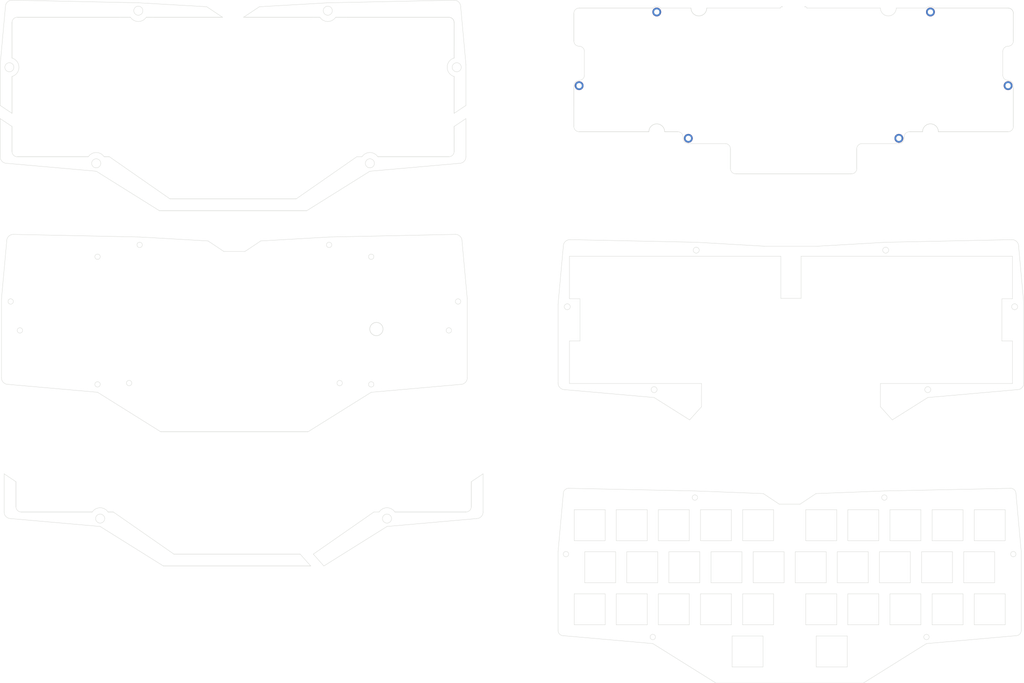
<source format=kicad_pcb>
(kicad_pcb (version 20171130) (host pcbnew "(5.0.0)")

  (general
    (thickness 1.6)
    (drawings 372)
    (tracks 0)
    (zones 0)
    (modules 6)
    (nets 1)
  )

  (page A2)
  (title_block
    (title Treadstone32_plate)
    (date 2019-05-14)
    (rev 1.0)
    (company marksard)
  )

  (layers
    (0 F.Cu signal)
    (31 B.Cu signal)
    (32 B.Adhes user)
    (33 F.Adhes user)
    (34 B.Paste user)
    (35 F.Paste user)
    (36 B.SilkS user)
    (37 F.SilkS user)
    (38 B.Mask user)
    (39 F.Mask user)
    (40 Dwgs.User user)
    (41 Cmts.User user)
    (42 Eco1.User user)
    (43 Eco2.User user)
    (44 Edge.Cuts user)
    (45 Margin user)
    (46 B.CrtYd user)
    (47 F.CrtYd user)
    (48 B.Fab user)
    (49 F.Fab user)
  )

  (setup
    (last_trace_width 0.25)
    (user_trace_width 0.5)
    (trace_clearance 0.2)
    (zone_clearance 0.508)
    (zone_45_only no)
    (trace_min 0.2)
    (segment_width 0.4)
    (edge_width 0.15)
    (via_size 0.6)
    (via_drill 0.4)
    (via_min_size 0.4)
    (via_min_drill 0.3)
    (uvia_size 0.3)
    (uvia_drill 0.1)
    (uvias_allowed no)
    (uvia_min_size 0.2)
    (uvia_min_drill 0.1)
    (pcb_text_width 0.3)
    (pcb_text_size 1.5 1.5)
    (mod_edge_width 0.15)
    (mod_text_size 1 1)
    (mod_text_width 0.15)
    (pad_size 4 4)
    (pad_drill 4)
    (pad_to_mask_clearance 0.2)
    (aux_axis_origin 62.43986 133.879)
    (grid_origin 62.43986 133.879)
    (visible_elements 7FFFFFFF)
    (pcbplotparams
      (layerselection 0x010f0_ffffffff)
      (usegerberextensions true)
      (usegerberattributes false)
      (usegerberadvancedattributes false)
      (creategerberjobfile false)
      (excludeedgelayer true)
      (linewidth 0.100000)
      (plotframeref false)
      (viasonmask true)
      (mode 1)
      (useauxorigin false)
      (hpglpennumber 1)
      (hpglpenspeed 20)
      (hpglpendiameter 15.000000)
      (psnegative false)
      (psa4output false)
      (plotreference true)
      (plotvalue false)
      (plotinvisibletext false)
      (padsonsilk false)
      (subtractmaskfromsilk false)
      (outputformat 1)
      (mirror false)
      (drillshape 0)
      (scaleselection 1)
      (outputdirectory "garber_plate/"))
  )

  (net 0 "")

  (net_class Default "これはデフォルトのネット クラスです。"
    (clearance 0.2)
    (trace_width 0.25)
    (via_dia 0.6)
    (via_drill 0.4)
    (uvia_dia 0.3)
    (uvia_drill 0.1)
  )

  (module kbd:LEGO_HOLE_2.4 (layer F.Cu) (tedit 5BCC85AE) (tstamp 5D018C41)
    (at 505.36216 84.46493)
    (descr "Mounting Hole 2.2mm, no annular, M2")
    (tags "mounting hole 2.2mm no annular m2")
    (attr virtual)
    (fp_text reference "" (at 0 -3.2) (layer F.SilkS)
      (effects (font (size 1 1) (thickness 0.15)))
    )
    (fp_text value "" (at 0 3.2) (layer F.Fab)
      (effects (font (size 1 1) (thickness 0.15)))
    )
    (fp_circle (center 0 0) (end 2.45 0) (layer F.CrtYd) (width 0.05))
    (fp_circle (center 0 0) (end 2 0) (layer Cmts.User) (width 0.15))
    (fp_text user %R (at 0.3 0) (layer F.Fab)
      (effects (font (size 1 1) (thickness 0.15)))
    )
    (pad "" thru_hole circle (at 0 0) (size 4 4) (drill 2.4) (layers *.Cu *.Mask))
  )

  (module kbd:LEGO_HOLE_2.4 (layer F.Cu) (tedit 5BCC85AE) (tstamp 5D018C3A)
    (at 410.11216 84.46493)
    (descr "Mounting Hole 2.2mm, no annular, M2")
    (tags "mounting hole 2.2mm no annular m2")
    (attr virtual)
    (fp_text reference "" (at 0 -3.2) (layer F.SilkS)
      (effects (font (size 1 1) (thickness 0.15)))
    )
    (fp_text value "" (at 0 3.2) (layer F.Fab)
      (effects (font (size 1 1) (thickness 0.15)))
    )
    (fp_circle (center 0 0) (end 2.45 0) (layer F.CrtYd) (width 0.05))
    (fp_circle (center 0 0) (end 2 0) (layer Cmts.User) (width 0.15))
    (fp_text user %R (at 0.3 0) (layer F.Fab)
      (effects (font (size 1 1) (thickness 0.15)))
    )
    (pad "" thru_hole circle (at 0 0) (size 4 4) (drill 2.4) (layers *.Cu *.Mask))
  )

  (module kbd:LEGO_HOLE_2.4 (layer F.Cu) (tedit 5BCC85AE) (tstamp 5D018C33)
    (at 395.82466 27.31493)
    (descr "Mounting Hole 2.2mm, no annular, M2")
    (tags "mounting hole 2.2mm no annular m2")
    (attr virtual)
    (fp_text reference "" (at 0 -3.2) (layer F.SilkS)
      (effects (font (size 1 1) (thickness 0.15)))
    )
    (fp_text value "" (at 0 3.2) (layer F.Fab)
      (effects (font (size 1 1) (thickness 0.15)))
    )
    (fp_circle (center 0 0) (end 2.45 0) (layer F.CrtYd) (width 0.05))
    (fp_circle (center 0 0) (end 2 0) (layer Cmts.User) (width 0.15))
    (fp_text user %R (at 0.3 0) (layer F.Fab)
      (effects (font (size 1 1) (thickness 0.15)))
    )
    (pad "" thru_hole circle (at 0 0) (size 4 4) (drill 2.4) (layers *.Cu *.Mask))
  )

  (module kbd:LEGO_HOLE_2.4 (layer F.Cu) (tedit 5BCC85AE) (tstamp 5D018C2C)
    (at 519.64966 27.31493)
    (descr "Mounting Hole 2.2mm, no annular, M2")
    (tags "mounting hole 2.2mm no annular m2")
    (attr virtual)
    (fp_text reference "" (at 0 -3.2) (layer F.SilkS)
      (effects (font (size 1 1) (thickness 0.15)))
    )
    (fp_text value "" (at 0 3.2) (layer F.Fab)
      (effects (font (size 1 1) (thickness 0.15)))
    )
    (fp_circle (center 0 0) (end 2.45 0) (layer F.CrtYd) (width 0.05))
    (fp_circle (center 0 0) (end 2 0) (layer Cmts.User) (width 0.15))
    (fp_text user %R (at 0.3 0) (layer F.Fab)
      (effects (font (size 1 1) (thickness 0.15)))
    )
    (pad "" thru_hole circle (at 0 0) (size 4 4) (drill 2.4) (layers *.Cu *.Mask))
  )

  (module kbd:LEGO_HOLE_2.4 (layer F.Cu) (tedit 5BCC85AE) (tstamp 5D018C25)
    (at 554.78001 60.65124)
    (descr "Mounting Hole 2.2mm, no annular, M2")
    (tags "mounting hole 2.2mm no annular m2")
    (attr virtual)
    (fp_text reference "" (at 0 -3.2) (layer F.SilkS)
      (effects (font (size 1 1) (thickness 0.15)))
    )
    (fp_text value "" (at 0 3.2) (layer F.Fab)
      (effects (font (size 1 1) (thickness 0.15)))
    )
    (fp_circle (center 0 0) (end 2.45 0) (layer F.CrtYd) (width 0.05))
    (fp_circle (center 0 0) (end 2 0) (layer Cmts.User) (width 0.15))
    (fp_text user %R (at 0.3 0) (layer F.Fab)
      (effects (font (size 1 1) (thickness 0.15)))
    )
    (pad "" thru_hole circle (at 0 0) (size 4 4) (drill 2.4) (layers *.Cu *.Mask))
  )

  (module kbd:LEGO_HOLE_2.4 (layer F.Cu) (tedit 5BCC85AE) (tstamp 5D018C1E)
    (at 360.70243 60.65243)
    (descr "Mounting Hole 2.2mm, no annular, M2")
    (tags "mounting hole 2.2mm no annular m2")
    (attr virtual)
    (fp_text reference "" (at 0 -3.2) (layer F.SilkS)
      (effects (font (size 1 1) (thickness 0.15)))
    )
    (fp_text value "" (at 0 3.2) (layer F.Fab)
      (effects (font (size 1 1) (thickness 0.15)))
    )
    (fp_circle (center 0 0) (end 2.45 0) (layer F.CrtYd) (width 0.05))
    (fp_circle (center 0 0) (end 2 0) (layer Cmts.User) (width 0.15))
    (fp_text user %R (at 0.3 0) (layer F.Fab)
      (effects (font (size 1 1) (thickness 0.15)))
    )
    (pad "" thru_hole circle (at 0 0) (size 4 4) (drill 2.4) (layers *.Cu *.Mask))
  )

  (gr_line (start 240.43456 272.5839) (end 245.19696 277.9416) (layer Edge.Cuts) (width 0.15))
  (gr_line (start 234.48156 272.5839) (end 239.24396 277.9416) (layer Edge.Cuts) (width 0.15))
  (gr_line (start 311.8775 239.84182) (end 317.23529 236.26996) (layer Edge.Cuts) (width 0.15) (tstamp 5D03045B))
  (gr_line (start 177.34012 272.58453) (end 149.95494 253.53397) (layer Edge.Cuts) (width 0.15) (tstamp 5D03045A))
  (gr_line (start 105.90034 239.84182) (end 100.54255 236.26996) (layer Edge.Cuts) (width 0.15) (tstamp 5D030459))
  (gr_line (start 105.899459 239.841819) (end 105.89886 251.15065) (layer Edge.Cuts) (width 0.2) (tstamp 5D030458))
  (gr_line (start 172.57736 277.94416) (end 144.00018 260.08236) (layer Edge.Cuts) (width 0.15) (tstamp 5D030457))
  (gr_line (start 314.2604 256.51244) (end 273.77766 260.08236) (layer Edge.Cuts) (width 0.15) (tstamp 5D030456))
  (gr_line (start 277.34952 253.53395) (end 309.50293 253.53397) (layer Edge.Cuts) (width 0.2) (tstamp 5D030455))
  (gr_arc (start 103.51937 253.53398) (end 100.54421 253.53589) (angle -89.9899473) (layer Edge.Cuts) (width 0.15) (tstamp 5D030454))
  (gr_line (start 177.34012 272.58453) (end 234.4918 272.58453) (layer Edge.Cuts) (width 0.2) (tstamp 5D030453))
  (gr_line (start 245.20241 277.94423) (end 273.77766 260.08236) (layer Edge.Cuts) (width 0.15) (tstamp 5D030452))
  (gr_line (start 147.57204 253.53395) (end 149.95494 253.53589) (layer Edge.Cuts) (width 0.2) (tstamp 5D030451))
  (gr_arc (start 108.28184 251.15265) (end 105.90053 251.15265) (angle -90) (layer Edge.Cuts) (width 0.15) (tstamp 5D030450))
  (gr_line (start 240.4448 272.58453) (end 267.82998 253.53397) (layer Edge.Cuts) (width 0.15) (tstamp 5D03044F))
  (gr_line (start 311.88273 251.15071) (end 311.8775 239.84182) (layer Edge.Cuts) (width 0.2) (tstamp 5D03044E))
  (gr_line (start 108.28184 253.53397) (end 140.42832 253.53395) (layer Edge.Cuts) (width 0.2) (tstamp 5D03044D))
  (gr_arc (start 309.50308 251.15265) (end 309.50308 253.53396) (angle -90) (layer Edge.Cuts) (width 0.15) (tstamp 5D03044C))
  (gr_line (start 103.51937 256.51237) (end 144.00018 260.08236) (layer Edge.Cuts) (width 0.15) (tstamp 5D03044B))
  (gr_arc (start 314.26503 253.53398) (end 314.2604 256.51244) (angle -90.08906591) (layer Edge.Cuts) (width 0.15) (tstamp 5D03044A))
  (gr_line (start 172.57672 277.9436) (end 239.2534 277.9436) (layer Edge.Cuts) (width 0.2) (tstamp 5D030449))
  (gr_line (start 270.2058 253.53395) (end 267.82622 253.53589) (layer Edge.Cuts) (width 0.15) (tstamp 5D030448))
  (gr_line (start 317.23695 253.53589) (end 317.23695 236.26996) (layer Edge.Cuts) (width 0.15) (tstamp 5D030447))
  (gr_line (start 100.54421 253.53589) (end 100.54421 236.26996) (layer Edge.Cuts) (width 0.15) (tstamp 5D030446))
  (gr_circle (center 273.77766 256.5105) (end 271.72766 256.5105) (layer Edge.Cuts) (width 0.15) (tstamp 5D030445))
  (gr_arc (start 144.00018 255.91519) (end 147.57204 253.53395) (angle -112.6198686) (layer Edge.Cuts) (width 0.15) (tstamp 5D030444))
  (gr_circle (center 144.00018 256.5105) (end 141.95018 256.5105) (layer Edge.Cuts) (width 0.15) (tstamp 5D030443))
  (gr_arc (start 273.77766 255.91519) (end 277.34952 253.53395) (angle -112.6198686) (layer Edge.Cuts) (width 0.15) (tstamp 5D030442))
  (gr_line (start 304.1386 79.11082) (end 309.49639 75.53896) (layer Edge.Cuts) (width 0.15))
  (gr_line (start 104.11444 79.11082) (end 98.75665 75.53896) (layer Edge.Cuts) (width 0.15))
  (gr_line (start 304.1386 73.15772) (end 304.1386 56.48904) (layer Edge.Cuts) (width 0.2) (tstamp 5D01DE48))
  (gr_line (start 104.113559 79.110819) (end 104.11296 90.41965) (layer Edge.Cuts) (width 0.2) (tstamp 5D01DE38))
  (gr_line (start 304.1386 73.15772) (end 309.49639 69.58586) (layer Edge.Cuts) (width 0.15))
  (gr_line (start 104.11444 73.15772) (end 98.75665 69.58586) (layer Edge.Cuts) (width 0.15))
  (gr_line (start 175.55422 111.85353) (end 148.16904 92.80297) (layer Edge.Cuts) (width 0.15))
  (gr_line (start 467.99859 323.63975) (end 481.99859 323.63975) (layer Edge.Cuts) (width 0.15) (tstamp 5D01DD18))
  (gr_line (start 481.99859 309.63975) (end 467.99859 309.63975) (layer Edge.Cuts) (width 0.15) (tstamp 5D01DD17))
  (gr_line (start 413.08127 244.01197) (end 444.0411 245.20021) (layer Edge.Cuts) (width 0.15) (tstamp 5D01DD16))
  (gr_line (start 498.80591 244.01197) (end 555.96267 242.8189) (layer Edge.Cuts) (width 0.15) (tstamp 5D01DD15))
  (gr_line (start 481.99859 323.63975) (end 481.99859 309.63975) (layer Edge.Cuts) (width 0.15) (tstamp 5D01DD14))
  (gr_line (start 553.43819 290.58919) (end 539.43819 290.58919) (layer Edge.Cuts) (width 0.15) (tstamp 5D01DD13))
  (gr_line (start 553.43819 304.58919) (end 553.43819 290.58919) (layer Edge.Cuts) (width 0.15) (tstamp 5D01DD12))
  (gr_line (start 467.99859 309.63975) (end 467.99859 323.63975) (layer Edge.Cuts) (width 0.15) (tstamp 5D01DD11))
  (gr_line (start 539.43819 304.58919) (end 553.43819 304.58919) (layer Edge.Cuts) (width 0.15) (tstamp 5D01DD10))
  (gr_line (start 429.60955 252.48807) (end 415.60955 252.48807) (layer Edge.Cuts) (width 0.15) (tstamp 5D01DD0F))
  (gr_line (start 434.66011 266.48807) (end 448.66011 266.48807) (layer Edge.Cuts) (width 0.15) (tstamp 5D01DD0E))
  (gr_line (start 396.27107 285.53863) (end 396.27107 271.53863) (layer Edge.Cuts) (width 0.15) (tstamp 5D01DD0D))
  (gr_line (start 410.55899 266.48807) (end 410.55899 252.48807) (layer Edge.Cuts) (width 0.15) (tstamp 5D01DD0C))
  (gr_line (start 401.32163 271.53863) (end 401.32163 285.53863) (layer Edge.Cuts) (width 0.15) (tstamp 5D01DD0B))
  (gr_line (start 396.55899 266.48807) (end 410.55899 266.48807) (layer Edge.Cuts) (width 0.15) (tstamp 5D01DD0A))
  (gr_line (start 448.66011 266.48807) (end 448.66011 252.48807) (layer Edge.Cuts) (width 0.15) (tstamp 5D01DD09))
  (gr_line (start 396.27107 271.53863) (end 382.27107 271.53863) (layer Edge.Cuts) (width 0.15) (tstamp 5D01DD08))
  (gr_line (start 415.60955 252.48807) (end 415.60955 266.48807) (layer Edge.Cuts) (width 0.15) (tstamp 5D01DD07))
  (gr_line (start 429.60955 266.48807) (end 429.60955 252.48807) (layer Edge.Cuts) (width 0.15) (tstamp 5D01DD06))
  (gr_line (start 434.66011 252.48807) (end 434.66011 266.48807) (layer Edge.Cuts) (width 0.15) (tstamp 5D01DD05))
  (gr_line (start 448.66011 252.48807) (end 434.66011 252.48807) (layer Edge.Cuts) (width 0.15) (tstamp 5D01DD04))
  (gr_line (start 377.22051 285.53863) (end 377.22051 271.53863) (layer Edge.Cuts) (width 0.15) (tstamp 5D01DD03))
  (gr_line (start 377.22051 271.53863) (end 363.22051 271.53863) (layer Edge.Cuts) (width 0.15) (tstamp 5D01DD02))
  (gr_line (start 363.22051 271.53863) (end 363.22051 285.53863) (layer Edge.Cuts) (width 0.15) (tstamp 5D01DD01))
  (gr_line (start 382.27107 271.53863) (end 382.27107 285.53863) (layer Edge.Cuts) (width 0.15) (tstamp 5D01DD00))
  (gr_line (start 382.27107 285.53863) (end 396.27107 285.53863) (layer Edge.Cuts) (width 0.15) (tstamp 5D01DCFF))
  (gr_line (start 415.60955 266.48807) (end 429.60955 266.48807) (layer Edge.Cuts) (width 0.15) (tstamp 5D01DCFE))
  (gr_line (start 410.55899 252.48807) (end 396.55899 252.48807) (layer Edge.Cuts) (width 0.15) (tstamp 5D01DCFD))
  (gr_line (start 391.50843 266.48807) (end 391.50843 252.48807) (layer Edge.Cuts) (width 0.15) (tstamp 5D01DCFC))
  (gr_line (start 377.50843 266.48807) (end 391.50843 266.48807) (layer Edge.Cuts) (width 0.15) (tstamp 5D01DCFB))
  (gr_line (start 363.22051 285.53863) (end 377.22051 285.53863) (layer Edge.Cuts) (width 0.15) (tstamp 5D01DCFA))
  (gr_line (start 396.55899 252.48807) (end 396.55899 266.48807) (layer Edge.Cuts) (width 0.15) (tstamp 5D01DCF9))
  (gr_line (start 520.38763 290.58919) (end 520.38763 304.58919) (layer Edge.Cuts) (width 0.15) (tstamp 5D01DCF8))
  (gr_line (start 520.38763 304.58919) (end 534.38763 304.58919) (layer Edge.Cuts) (width 0.15) (tstamp 5D01DCF7))
  (gr_line (start 548.67555 271.53863) (end 534.67555 271.53863) (layer Edge.Cuts) (width 0.15) (tstamp 5D01DCF6))
  (gr_line (start 501.33707 304.58919) (end 515.33707 304.58919) (layer Edge.Cuts) (width 0.15) (tstamp 5D01DCF5))
  (gr_line (start 548.67555 285.53863) (end 548.67555 271.53863) (layer Edge.Cuts) (width 0.15) (tstamp 5D01DCF4))
  (gr_line (start 463.23595 290.58919) (end 463.23595 304.58919) (layer Edge.Cuts) (width 0.15) (tstamp 5D01DCF3))
  (gr_line (start 477.23595 304.58919) (end 477.23595 290.58919) (layer Edge.Cuts) (width 0.15) (tstamp 5D01DCF2))
  (gr_line (start 529.62499 285.53863) (end 529.62499 271.53863) (layer Edge.Cuts) (width 0.15) (tstamp 5D01DCF1))
  (gr_line (start 534.38763 304.58919) (end 534.38763 290.58919) (layer Edge.Cuts) (width 0.15) (tstamp 5D01DCF0))
  (gr_line (start 534.67555 285.53863) (end 548.67555 285.53863) (layer Edge.Cuts) (width 0.15) (tstamp 5D01DCEF))
  (gr_line (start 515.33707 290.58919) (end 501.33707 290.58919) (layer Edge.Cuts) (width 0.15) (tstamp 5D01DCEE))
  (gr_line (start 477.23595 290.58919) (end 463.23595 290.58919) (layer Edge.Cuts) (width 0.15) (tstamp 5D01DCED))
  (gr_line (start 463.23595 304.58919) (end 477.23595 304.58919) (layer Edge.Cuts) (width 0.15) (tstamp 5D01DCEC))
  (gr_line (start 496.28651 304.58919) (end 496.28651 290.58919) (layer Edge.Cuts) (width 0.15) (tstamp 5D01DCEB))
  (gr_line (start 501.33707 290.58919) (end 501.33707 304.58919) (layer Edge.Cuts) (width 0.15) (tstamp 5D01DCEA))
  (gr_line (start 482.28651 290.58919) (end 482.28651 304.58919) (layer Edge.Cuts) (width 0.15) (tstamp 5D01DCE9))
  (gr_line (start 496.28651 290.58919) (end 482.28651 290.58919) (layer Edge.Cuts) (width 0.15) (tstamp 5D01DCE8))
  (gr_line (start 515.33707 304.58919) (end 515.33707 290.58919) (layer Edge.Cuts) (width 0.15) (tstamp 5D01DCE7))
  (gr_line (start 534.38763 290.58919) (end 520.38763 290.58919) (layer Edge.Cuts) (width 0.15) (tstamp 5D01DCE6))
  (gr_line (start 539.43819 290.58919) (end 539.43819 304.58919) (layer Edge.Cuts) (width 0.15) (tstamp 5D01DCE5))
  (gr_line (start 515.62499 285.53863) (end 529.62499 285.53863) (layer Edge.Cuts) (width 0.15) (tstamp 5D01DCE4))
  (gr_line (start 534.67555 271.53863) (end 534.67555 285.53863) (layer Edge.Cuts) (width 0.15) (tstamp 5D01DCE3))
  (gr_line (start 482.28651 304.58919) (end 496.28651 304.58919) (layer Edge.Cuts) (width 0.15) (tstamp 5D01DCE2))
  (gr_line (start 515.33707 266.48807) (end 515.33707 252.48807) (layer Edge.Cuts) (width 0.15) (tstamp 5D01DCE1))
  (gr_line (start 482.28651 252.48807) (end 482.28651 266.48807) (layer Edge.Cuts) (width 0.15) (tstamp 5D01DCE0))
  (gr_line (start 501.33707 252.48807) (end 501.33707 266.48807) (layer Edge.Cuts) (width 0.15) (tstamp 5D01DCDF))
  (gr_line (start 463.23595 252.48807) (end 463.23595 266.48807) (layer Edge.Cuts) (width 0.15) (tstamp 5D01DCDE))
  (gr_line (start 482.28651 266.48807) (end 496.28651 266.48807) (layer Edge.Cuts) (width 0.15) (tstamp 5D01DCDD))
  (gr_line (start 448.66011 304.58919) (end 448.66011 290.58919) (layer Edge.Cuts) (width 0.15) (tstamp 5D01DCDC))
  (gr_line (start 415.60955 290.58919) (end 415.60955 304.58919) (layer Edge.Cuts) (width 0.15) (tstamp 5D01DCDB))
  (gr_line (start 429.60955 290.58919) (end 415.60955 290.58919) (layer Edge.Cuts) (width 0.15) (tstamp 5D01DCDA))
  (gr_line (start 496.28651 266.48807) (end 496.28651 252.48807) (layer Edge.Cuts) (width 0.15) (tstamp 5D01DCD9))
  (gr_line (start 515.33707 252.48807) (end 501.33707 252.48807) (layer Edge.Cuts) (width 0.15) (tstamp 5D01DCD8))
  (gr_line (start 429.60955 304.58919) (end 429.60955 290.58919) (layer Edge.Cuts) (width 0.15) (tstamp 5D01DCD7))
  (gr_line (start 477.23595 266.48807) (end 477.23595 252.48807) (layer Edge.Cuts) (width 0.15) (tstamp 5D01DCD6))
  (gr_line (start 415.60955 304.58919) (end 429.60955 304.58919) (layer Edge.Cuts) (width 0.15) (tstamp 5D01DCD5))
  (gr_line (start 434.66011 290.58919) (end 434.66011 304.58919) (layer Edge.Cuts) (width 0.15) (tstamp 5D01DCD4))
  (gr_line (start 477.23595 252.48807) (end 463.23595 252.48807) (layer Edge.Cuts) (width 0.15) (tstamp 5D01DCD3))
  (gr_line (start 448.66011 290.58919) (end 434.66011 290.58919) (layer Edge.Cuts) (width 0.15) (tstamp 5D01DCD2))
  (gr_line (start 434.66011 304.58919) (end 448.66011 304.58919) (layer Edge.Cuts) (width 0.15) (tstamp 5D01DCD1))
  (gr_line (start 429.89747 309.63975) (end 429.89747 323.63975) (layer Edge.Cuts) (width 0.15) (tstamp 5D01DCD0))
  (gr_line (start 443.89747 309.63975) (end 429.89747 309.63975) (layer Edge.Cuts) (width 0.15) (tstamp 5D01DCCF))
  (gr_line (start 429.89747 323.63975) (end 443.89747 323.63975) (layer Edge.Cuts) (width 0.15) (tstamp 5D01DCCE))
  (gr_line (start 496.28651 252.48807) (end 482.28651 252.48807) (layer Edge.Cuts) (width 0.15) (tstamp 5D01DCCD))
  (gr_line (start 463.23595 266.48807) (end 477.23595 266.48807) (layer Edge.Cuts) (width 0.15) (tstamp 5D01DCCC))
  (gr_line (start 443.89747 323.63975) (end 443.89747 309.63975) (layer Edge.Cuts) (width 0.15) (tstamp 5D01DCCB))
  (gr_line (start 377.50843 252.48807) (end 377.50843 266.48807) (layer Edge.Cuts) (width 0.15) (tstamp 5D01DCCA))
  (gr_line (start 391.50843 252.48807) (end 377.50843 252.48807) (layer Edge.Cuts) (width 0.15) (tstamp 5D01DCC9))
  (gr_line (start 515.62499 271.53863) (end 515.62499 285.53863) (layer Edge.Cuts) (width 0.15) (tstamp 5D01DCC8))
  (gr_line (start 501.33707 266.48807) (end 515.33707 266.48807) (layer Edge.Cuts) (width 0.15) (tstamp 5D01DCC7))
  (gr_line (start 520.38763 252.48807) (end 520.38763 266.48807) (layer Edge.Cuts) (width 0.15) (tstamp 5D01DCC6))
  (gr_line (start 534.38763 252.48807) (end 520.38763 252.48807) (layer Edge.Cuts) (width 0.15) (tstamp 5D01DCC5))
  (gr_line (start 458.47331 285.53863) (end 472.47331 285.53863) (layer Edge.Cuts) (width 0.15) (tstamp 5D01DCC4))
  (gr_line (start 534.38763 266.48807) (end 534.38763 252.48807) (layer Edge.Cuts) (width 0.15) (tstamp 5D01DCC3))
  (gr_line (start 539.43819 252.48807) (end 539.43819 266.48807) (layer Edge.Cuts) (width 0.15) (tstamp 5D01DCC2))
  (gr_line (start 510.57443 285.53863) (end 510.57443 271.53863) (layer Edge.Cuts) (width 0.15) (tstamp 5D01DCC1))
  (gr_line (start 458.47331 271.53863) (end 458.47331 285.53863) (layer Edge.Cuts) (width 0.15) (tstamp 5D01DCC0))
  (gr_line (start 472.47331 271.53863) (end 458.47331 271.53863) (layer Edge.Cuts) (width 0.15) (tstamp 5D01DCBF))
  (gr_line (start 477.52387 285.53863) (end 491.52387 285.53863) (layer Edge.Cuts) (width 0.15) (tstamp 5D01DCBE))
  (gr_line (start 472.47331 285.53863) (end 472.47331 271.53863) (layer Edge.Cuts) (width 0.15) (tstamp 5D01DCBD))
  (gr_line (start 510.57443 271.53863) (end 496.57443 271.53863) (layer Edge.Cuts) (width 0.15) (tstamp 5D01DCBC))
  (gr_line (start 491.52387 285.53863) (end 491.52387 271.53863) (layer Edge.Cuts) (width 0.15) (tstamp 5D01DCBB))
  (gr_line (start 477.52387 271.53863) (end 477.52387 285.53863) (layer Edge.Cuts) (width 0.15) (tstamp 5D01DCBA))
  (gr_line (start 520.38763 266.48807) (end 534.38763 266.48807) (layer Edge.Cuts) (width 0.15) (tstamp 5D01DCB9))
  (gr_line (start 553.43819 252.48807) (end 539.43819 252.48807) (layer Edge.Cuts) (width 0.15) (tstamp 5D01DCB8))
  (gr_line (start 553.43819 266.48807) (end 553.43819 252.48807) (layer Edge.Cuts) (width 0.15) (tstamp 5D01DCB7))
  (gr_line (start 539.43819 266.48807) (end 553.43819 266.48807) (layer Edge.Cuts) (width 0.15) (tstamp 5D01DCB6))
  (gr_line (start 496.57443 271.53863) (end 496.57443 285.53863) (layer Edge.Cuts) (width 0.15) (tstamp 5D01DCB5))
  (gr_line (start 496.57443 285.53863) (end 510.57443 285.53863) (layer Edge.Cuts) (width 0.15) (tstamp 5D01DCB4))
  (gr_line (start 529.62499 271.53863) (end 515.62499 271.53863) (layer Edge.Cuts) (width 0.15) (tstamp 5D01DCB3))
  (gr_line (start 491.52387 271.53863) (end 477.52387 271.53863) (layer Edge.Cuts) (width 0.15) (tstamp 5D01DCB2))
  (gr_line (start 415.32163 271.53863) (end 401.32163 271.53863) (layer Edge.Cuts) (width 0.15) (tstamp 5D01DCB1))
  (gr_line (start 415.32163 285.53863) (end 415.32163 271.53863) (layer Edge.Cuts) (width 0.15) (tstamp 5D01DCB0))
  (gr_line (start 401.32163 285.53863) (end 415.32163 285.53863) (layer Edge.Cuts) (width 0.15) (tstamp 5D01DCAF))
  (gr_line (start 358.45787 290.58919) (end 358.45787 304.58919) (layer Edge.Cuts) (width 0.15) (tstamp 5D01DCAE))
  (gr_line (start 372.45787 304.58919) (end 372.45787 290.58919) (layer Edge.Cuts) (width 0.15) (tstamp 5D01DCAD))
  (gr_line (start 391.50843 304.58919) (end 391.50843 290.58919) (layer Edge.Cuts) (width 0.15) (tstamp 5D01DCAC))
  (gr_line (start 358.45787 304.58919) (end 372.45787 304.58919) (layer Edge.Cuts) (width 0.15) (tstamp 5D01DCAB))
  (gr_line (start 396.55899 304.58919) (end 410.55899 304.58919) (layer Edge.Cuts) (width 0.15) (tstamp 5D01DCAA))
  (gr_line (start 439.42275 285.53863) (end 453.42275 285.53863) (layer Edge.Cuts) (width 0.15) (tstamp 5D01DCA9))
  (gr_line (start 453.42275 285.53863) (end 453.42275 271.53863) (layer Edge.Cuts) (width 0.15) (tstamp 5D01DCA8))
  (gr_line (start 434.37219 271.53863) (end 420.37219 271.53863) (layer Edge.Cuts) (width 0.15) (tstamp 5D01DCA7))
  (gr_line (start 372.45787 290.58919) (end 358.45787 290.58919) (layer Edge.Cuts) (width 0.15) (tstamp 5D01DCA6))
  (gr_line (start 434.37219 285.53863) (end 434.37219 271.53863) (layer Edge.Cuts) (width 0.15) (tstamp 5D01DCA5))
  (gr_line (start 439.42275 271.53863) (end 439.42275 285.53863) (layer Edge.Cuts) (width 0.15) (tstamp 5D01DCA4))
  (gr_line (start 453.42275 271.53863) (end 439.42275 271.53863) (layer Edge.Cuts) (width 0.15) (tstamp 5D01DCA3))
  (gr_line (start 396.55899 290.58919) (end 396.55899 304.58919) (layer Edge.Cuts) (width 0.15) (tstamp 5D01DCA2))
  (gr_line (start 377.50843 290.58919) (end 377.50843 304.58919) (layer Edge.Cuts) (width 0.15) (tstamp 5D01DCA1))
  (gr_line (start 410.55899 304.58919) (end 410.55899 290.58919) (layer Edge.Cuts) (width 0.15) (tstamp 5D01DCA0))
  (gr_line (start 420.37219 271.53863) (end 420.37219 285.53863) (layer Edge.Cuts) (width 0.15) (tstamp 5D01DC9F))
  (gr_line (start 391.50843 290.58919) (end 377.50843 290.58919) (layer Edge.Cuts) (width 0.15) (tstamp 5D01DC9E))
  (gr_line (start 377.50843 304.58919) (end 391.50843 304.58919) (layer Edge.Cuts) (width 0.15) (tstamp 5D01DC9D))
  (gr_line (start 410.55899 290.58919) (end 396.55899 290.58919) (layer Edge.Cuts) (width 0.15) (tstamp 5D01DC9C))
  (gr_line (start 420.37219 285.53863) (end 434.37219 285.53863) (layer Edge.Cuts) (width 0.15) (tstamp 5D01DC9B))
  (gr_line (start 358.45787 266.48807) (end 372.45787 266.48807) (layer Edge.Cuts) (width 0.15) (tstamp 5D01DC9A))
  (gr_line (start 560.72529 307.11427) (end 560.72529 271.39462) (layer Edge.Cuts) (width 0.15) (tstamp 5D01DC99))
  (gr_line (start 451.18503 249.96283) (end 444.0411 245.20021) (layer Edge.Cuts) (width 0.15) (tstamp 5D01DC98))
  (gr_line (start 353.55132 309.49558) (end 394.03135 313.06793) (layer Edge.Cuts) (width 0.15) (tstamp 5D01DC97))
  (gr_line (start 467.8542 245.20021) (end 498.80591 244.01197) (layer Edge.Cuts) (width 0.15) (tstamp 5D01DC96))
  (gr_arc (start 353.55132 307.11427) (end 351.17001 307.11427) (angle -90) (layer Edge.Cuts) (width 0.15) (tstamp 5D01DC95))
  (gr_line (start 351.17001 271.39462) (end 353.55132 245.20021) (layer Edge.Cuts) (width 0.15) (tstamp 5D01DC94))
  (gr_line (start 372.45787 266.48807) (end 372.45787 252.48807) (layer Edge.Cuts) (width 0.15) (tstamp 5D01DC93))
  (gr_line (start 372.45787 252.48807) (end 358.45787 252.48807) (layer Edge.Cuts) (width 0.15) (tstamp 5D01DC92))
  (gr_line (start 351.17001 307.11427) (end 351.17001 271.39462) (layer Edge.Cuts) (width 0.15) (tstamp 5D01DC91))
  (gr_line (start 558.34398 309.49558) (end 517.85583 313.06793) (layer Edge.Cuts) (width 0.15) (tstamp 5D01DC90))
  (gr_line (start 451.18503 249.96283) (end 460.71027 249.96283) (layer Edge.Cuts) (width 0.15) (tstamp 5D01DC8F))
  (gr_line (start 560.72529 271.39462) (end 558.34398 245.20021) (layer Edge.Cuts) (width 0.15) (tstamp 5D01DC8E))
  (gr_arc (start 555.96267 245.20021) (end 558.34398 245.20021) (angle -90) (layer Edge.Cuts) (width 0.15) (tstamp 5D01DC8D))
  (gr_line (start 422.60931 330.92737) (end 489.28599 330.92737) (layer Edge.Cuts) (width 0.15) (tstamp 5D01DC8C))
  (gr_line (start 358.45787 252.48807) (end 358.45787 266.48807) (layer Edge.Cuts) (width 0.15) (tstamp 5D01DC8B))
  (gr_line (start 489.28599 330.92737) (end 517.85583 313.06793) (layer Edge.Cuts) (width 0.15) (tstamp 5D01DC8A))
  (gr_circle (center 557.14629 272.58685) (end 558.34629 272.58685) (layer Edge.Cuts) (width 0.15) (tstamp 5D01DC89))
  (gr_line (start 422.60931 330.92737) (end 394.03135 313.06793) (layer Edge.Cuts) (width 0.15) (tstamp 5D01DC88))
  (gr_arc (start 558.34398 307.11427) (end 558.34398 309.49558) (angle -90) (layer Edge.Cuts) (width 0.15) (tstamp 5D01DC87))
  (gr_circle (center 394.03135 310.09138) (end 395.23135 310.09138) (layer Edge.Cuts) (width 0.15) (tstamp 5D01DC86))
  (gr_circle (center 517.85583 310.09138) (end 519.05583 310.09138) (layer Edge.Cuts) (width 0.15) (tstamp 5D01DC85))
  (gr_circle (center 498.80591 246.98852) (end 500.00591 246.98852) (layer Edge.Cuts) (width 0.15) (tstamp 5D01DC84))
  (gr_circle (center 354.74089 272.58685) (end 355.94089 272.58685) (layer Edge.Cuts) (width 0.15) (tstamp 5D01DC83))
  (gr_line (start 355.93263 242.8189) (end 413.08127 244.01197) (layer Edge.Cuts) (width 0.15) (tstamp 5D01DC82))
  (gr_line (start 460.71027 249.96283) (end 467.8542 245.20021) (layer Edge.Cuts) (width 0.15) (tstamp 5D01DC81))
  (gr_arc (start 355.93263 245.20021) (end 355.93263 242.8189) (angle -90) (layer Edge.Cuts) (width 0.15) (tstamp 5D01DC80))
  (gr_circle (center 413.08127 246.98852) (end 414.28127 246.98852) (layer Edge.Cuts) (width 0.15) (tstamp 5D01DC7F))
  (gr_line (start 161.85949 129.11684) (end 192.81561 130.90327) (layer Edge.Cuts) (width 0.15) (tstamp 5D01D05F))
  (gr_line (start 247.58413 129.11684) (end 304.73817 127.92672) (layer Edge.Cuts) (width 0.15) (tstamp 5D01D057))
  (gr_line (start 499.40116 131.49814) (end 556.55835 130.30977) (layer Edge.Cuts) (width 0.15) (tstamp 5D01D04D))
  (gr_line (start 413.67652 131.49814) (end 444.63748 133.28639) (layer Edge.Cuts) (width 0.15) (tstamp 5D01CFF5))
  (gr_line (start 246.98884 23.15168) (end 304.14316 21.96099) (layer Edge.Cuts) (width 0.15) (tstamp 5D01CFD6))
  (gr_line (start 161.2642 23.15168) (end 192.22032 24.93761) (layer Edge.Cuts) (width 0.15) (tstamp 5D01CFCD))
  (gr_circle (center 266.03876 95.7795) (end 263.98876 95.7795) (layer Edge.Cuts) (width 0.15) (tstamp 5D01CBF3))
  (gr_arc (start 266.03876 95.18419) (end 269.61062 92.80295) (angle -112.6198686) (layer Edge.Cuts) (width 0.15) (tstamp 5D01CBF2))
  (gr_circle (center 142.21428 95.7795) (end 140.16428 95.7795) (layer Edge.Cuts) (width 0.15) (tstamp 5D01CBF3))
  (gr_arc (start 142.21428 95.18419) (end 145.78614 92.80295) (angle -112.6198686) (layer Edge.Cuts) (width 0.15) (tstamp 5D01CBF2))
  (gr_circle (center 102.9239 52.32145) (end 102.9239 50.27145) (layer Edge.Cuts) (width 0.15) (tstamp 5D01CBF3))
  (gr_arc (start 102.92382 52.32187) (end 104.11444 56.48904) (angle -148.1092082) (layer Edge.Cuts) (width 0.15) (tstamp 5D01CBF2))
  (gr_circle (center 305.32914 52.32229) (end 305.32914 54.37229) (layer Edge.Cuts) (width 0.15) (tstamp 5D01CBF3))
  (gr_arc (start 305.32922 52.32187) (end 304.1386 48.1547) (angle -148.1092173) (layer Edge.Cuts) (width 0.15) (tstamp 5D01CBF2))
  (gr_circle (center 246.98884 26.72354) (end 249.03884 26.72354) (layer Edge.Cuts) (width 0.15) (tstamp 5D01CBF3))
  (gr_arc (start 246.98884 27.31885) (end 243.41698 29.70009) (angle -112.6198686) (layer Edge.Cuts) (width 0.15) (tstamp 5D01CBF2))
  (gr_circle (center 161.2642 26.72354) (end 163.3142 26.72354) (layer Edge.Cuts) (width 0.15) (tstamp 5D01CB85))
  (gr_arc (start 301.76252 32.07757) (end 304.14383 32.07757) (angle -90) (layer Edge.Cuts) (width 0.2) (tstamp 5C9973A7))
  (gr_line (start 209.488616 29.69632) (end 209.11408 29.69632) (layer Edge.Cuts) (width 0.2) (tstamp 5D019441))
  (gr_line (start 199.11408 29.69632) (end 198.772663 29.69632) (layer Edge.Cuts) (width 0.2) (tstamp 5D019438))
  (gr_line (start 556.76376 176.14743) (end 552.00112 176.14743) (layer Edge.Cuts) (width 0.15) (tstamp 5D018D4A))
  (gr_line (start 552.00112 176.14743) (end 552.00112 157.09687) (layer Edge.Cuts) (width 0.15) (tstamp 5D018D49))
  (gr_line (start 356.33288 137.84631) (end 451.98568 137.84631) (layer Edge.Cuts) (width 0.15) (tstamp 5D018D48))
  (gr_arc (start 558.94407 195.19807) (end 558.937 198.17518) (angle -90.13606498) (layer Edge.Cuts) (width 0.15) (tstamp 5D018D47))
  (gr_line (start 356.33288 157.09687) (end 361.09552 157.09687) (layer Edge.Cuts) (width 0.15) (tstamp 5D018D46))
  (gr_line (start 556.76376 137.84631) (end 461.11096 137.84631) (layer Edge.Cuts) (width 0.15) (tstamp 5D018D45))
  (gr_line (start 552.00112 157.09687) (end 556.76376 157.09687) (layer Edge.Cuts) (width 0.15) (tstamp 5D018D44))
  (gr_line (start 461.11096 156.89687) (end 461.11096 137.84631) (layer Edge.Cuts) (width 0.15) (tstamp 5D018D43))
  (gr_line (start 410.69997 211.86499) (end 394.6266 201.74472) (layer Edge.Cuts) (width 0.15) (tstamp 5D018D42))
  (gr_line (start 361.09552 176.14743) (end 356.33288 176.14743) (layer Edge.Cuts) (width 0.15) (tstamp 5D018D41))
  (gr_line (start 556.76376 195.39799) (end 497.03076 195.39799) (layer Edge.Cuts) (width 0.15) (tstamp 5D018D40))
  (gr_line (start 356.33288 195.39799) (end 416.06588 195.39799) (layer Edge.Cuts) (width 0.15) (tstamp 5D018D3F))
  (gr_line (start 556.76376 157.09687) (end 556.76376 137.84631) (layer Edge.Cuts) (width 0.15) (tstamp 5D018D3E))
  (gr_line (start 468.45492 133.28367) (end 444.64172 133.28367) (layer Edge.Cuts) (width 0.15) (tstamp 5D018D3D))
  (gr_line (start 451.98568 137.84631) (end 451.98568 156.89687) (layer Edge.Cuts) (width 0.15) (tstamp 5D018D3C))
  (gr_line (start 558.937 198.17518) (end 518.45108 201.74472) (layer Edge.Cuts) (width 0.15) (tstamp 5D018D3B))
  (gr_line (start 556.76376 195.39799) (end 556.76376 176.14743) (layer Edge.Cuts) (width 0.15) (tstamp 5D018D3A))
  (gr_line (start 356.33288 176.14743) (end 356.33288 195.39799) (layer Edge.Cuts) (width 0.15) (tstamp 5D018D39))
  (gr_line (start 361.09552 157.09687) (end 361.09552 176.14743) (layer Edge.Cuts) (width 0.15) (tstamp 5D018D38))
  (gr_line (start 356.33288 137.84631) (end 356.33288 157.09687) (layer Edge.Cuts) (width 0.15) (tstamp 5D018D37))
  (gr_line (start 451.98568 156.89687) (end 461.11096 156.89687) (layer Edge.Cuts) (width 0.15) (tstamp 5D018D36))
  (gr_line (start 416.06588 195.39799) (end 416.0626 205.91421) (layer Edge.Cuts) (width 0.15) (tstamp 5D018D35))
  (gr_line (start 497.03076 195.39799) (end 497.02476 205.91421) (layer Edge.Cuts) (width 0.15) (tstamp 5D018D34))
  (gr_arc (start 356.53272 133.28401) (end 356.5316 130.30984) (angle -89.97842381) (layer Edge.Cuts) (width 0.15) (tstamp 5D018D33))
  (gr_arc (start 556.56276 133.28401) (end 559.53231 133.28639) (angle -90.04592074) (layer Edge.Cuts) (width 0.15) (tstamp 5D018D32))
  (gr_line (start 354.14917 198.17511) (end 394.6266 201.74472) (layer Edge.Cuts) (width 0.15) (tstamp 5D018D31))
  (gr_line (start 561.91355 159.47842) (end 559.53224 133.28401) (layer Edge.Cuts) (width 0.15) (tstamp 5D018D30))
  (gr_arc (start 354.15141 195.19807) (end 351.17381 195.19863) (angle -89.96903919) (layer Edge.Cuts) (width 0.15) (tstamp 5D018D2F))
  (gr_line (start 561.91355 195.19807) (end 561.91355 159.47842) (layer Edge.Cuts) (width 0.15) (tstamp 5D018D2E))
  (gr_line (start 351.17381 195.19807) (end 351.17381 159.47842) (layer Edge.Cuts) (width 0.15) (tstamp 5D018D2D))
  (gr_line (start 351.17381 159.47842) (end 353.55512 133.28401) (layer Edge.Cuts) (width 0.15) (tstamp 5D018D2C))
  (gr_line (start 356.53272 130.30984) (end 413.67652 131.49814) (layer Edge.Cuts) (width 0.15) (tstamp 5D018D2B))
  (gr_line (start 468.44988 133.28639) (end 499.40116 131.49814) (layer Edge.Cuts) (width 0.15) (tstamp 5D018D2A))
  (gr_circle (center 355.33614 160.66833) (end 356.68614 160.66833) (layer Edge.Cuts) (width 0.15) (tstamp 5D018D29))
  (gr_line (start 502.37771 211.86499) (end 518.45108 201.74472) (layer Edge.Cuts) (width 0.15) (tstamp 5D018D28))
  (gr_circle (center 557.74154 160.66833) (end 559.09154 160.66833) (layer Edge.Cuts) (width 0.15) (tstamp 5D018D27))
  (gr_circle (center 499.40116 135.07) (end 500.75116 135.07) (layer Edge.Cuts) (width 0.15) (tstamp 5D018D26))
  (gr_circle (center 394.6266 198.17286) (end 395.9766 198.17286) (layer Edge.Cuts) (width 0.15) (tstamp 5D018D25))
  (gr_circle (center 413.67652 135.07) (end 415.02652 135.07) (layer Edge.Cuts) (width 0.15) (tstamp 5D018D24))
  (gr_circle (center 518.45108 198.17286) (end 519.80108 198.17286) (layer Edge.Cuts) (width 0.15) (tstamp 5D018D23))
  (gr_line (start 410.69997 211.86499) (end 416.0626 205.91421) (layer Edge.Cuts) (width 0.15) (tstamp 5D018D22))
  (gr_line (start 502.37771 211.86499) (end 497.02476 205.91421) (layer Edge.Cuts) (width 0.15) (tstamp 5D018D21))
  (gr_line (start 431.54623 100.53835) (end 483.93505 100.53835) (layer Edge.Cuts) (width 0.2) (tstamp 5D018C75))
  (gr_line (start 360.70243 81.48779) (end 392.25492 81.48779) (layer Edge.Cuts) (width 0.2) (tstamp 5D018C74))
  (gr_arc (start 519.65834 81.48779) (end 523.230215 81.48779) (angle -180) (layer Edge.Cuts) (width 0.2) (tstamp 5D018C73))
  (gr_line (start 358.32111 27.90809) (end 358.32111 40.411805) (layer Edge.Cuts) (width 0.2) (tstamp 5D018C72))
  (gr_arc (start 395.8297 81.48779) (end 399.401575 81.48779) (angle -180) (layer Edge.Cuts) (width 0.2) (tstamp 5D018C71))
  (gr_arc (start 554.78002 79.10648) (end 554.78002 81.48779) (angle -90) (layer Edge.Cuts) (width 0.15) (tstamp 5D018C70))
  (gr_arc (start 360.70242 79.10648) (end 358.32111 79.10648) (angle -90) (layer Edge.Cuts) (width 0.15) (tstamp 5D018C6F))
  (gr_arc (start 360.70243 27.90808) (end 360.70243 25.52677) (angle -90) (layer Edge.Cuts) (width 0.15) (tstamp 5D018C6E))
  (gr_arc (start 360.70244 45.174305) (end 363.08375 45.174305) (angle -90) (layer Edge.Cuts) (width 0.15) (tstamp 5D018C6D))
  (gr_arc (start 554.77902 55.88891) (end 552.39771 55.88891) (angle -90) (layer Edge.Cuts) (width 0.15) (tstamp 5D018C6C))
  (gr_line (start 557.15533 40.411805) (end 557.16133 27.90809) (layer Edge.Cuts) (width 0.2) (tstamp 5D018C6B))
  (gr_arc (start 554.77402 40.411805) (end 554.77402 42.793115) (angle -90) (layer Edge.Cuts) (width 0.15) (tstamp 5D018C6A))
  (gr_arc (start 554.78001 45.17266) (end 554.78001 42.79135) (angle -90) (layer Edge.Cuts) (width 0.15) (tstamp 5D018C69))
  (gr_line (start 358.31999 60.65244) (end 358.32111 79.10648) (layer Edge.Cuts) (width 0.2) (tstamp 5D018C68))
  (gr_line (start 429.16492 89.22713) (end 429.16538 98.15703) (layer Edge.Cuts) (width 0.2) (tstamp 5D018C67))
  (gr_arc (start 360.7013 60.65244) (end 360.7013 58.27113) (angle -90) (layer Edge.Cuts) (width 0.15) (tstamp 5D018C66))
  (gr_arc (start 360.70244 40.411685) (end 358.32113 40.411685) (angle -90) (layer Edge.Cuts) (width 0.15) (tstamp 5D018C65))
  (gr_arc (start 360.70243 55.88861) (end 360.70243 58.26992) (angle -90) (layer Edge.Cuts) (width 0.15) (tstamp 5D018C64))
  (gr_arc (start 405.35218 83.8691) (end 407.73349 83.8691) (angle -90) (layer Edge.Cuts) (width 0.15) (tstamp 5D018C63))
  (gr_arc (start 410.11444 84.46451) (end 407.73313 84.46451) (angle -90) (layer Edge.Cuts) (width 0.15) (tstamp 5D018C62))
  (gr_line (start 552.39869 45.174305) (end 552.39869 55.88993) (layer Edge.Cuts) (width 0.15) (tstamp 5D018C61))
  (gr_arc (start 554.78002 27.90809) (end 557.16133 27.90809) (angle -90) (layer Edge.Cuts) (width 0.2) (tstamp 5D018C60))
  (gr_line (start 486.31706 98.15703) (end 486.31636 89.22713) (layer Edge.Cuts) (width 0.2) (tstamp 5D018C5F))
  (gr_line (start 557.16133 79.10647) (end 557.16133 60.65243) (layer Edge.Cuts) (width 0.2) (tstamp 5D018C5E))
  (gr_line (start 554.78001 25.52677) (end 521.44153 25.52677) (layer Edge.Cuts) (width 0.2) (tstamp 5D018C5D))
  (gr_line (start 510.12946 81.48731) (end 516.077785 81.48779) (layer Edge.Cuts) (width 0.2) (tstamp 5D018C5C))
  (gr_arc (start 554.77902 60.65153) (end 557.16033 60.65153) (angle -90) (layer Edge.Cuts) (width 0.15) (tstamp 5D018C5B))
  (gr_line (start 363.08375 45.174305) (end 363.08375 55.88993) (layer Edge.Cuts) (width 0.15) (tstamp 5D018C5A))
  (gr_arc (start 500.59966 25.52677) (end 497.027785 25.52677) (angle -180) (layer Edge.Cuts) (width 0.15) (tstamp 5D018C59))
  (gr_arc (start 510.13026 83.8691) (end 510.13026 81.48779) (angle -90) (layer Edge.Cuts) (width 0.15) (tstamp 5D018C58))
  (gr_arc (start 505.36684 84.46451) (end 505.36684 86.84582) (angle -90) (layer Edge.Cuts) (width 0.15) (tstamp 5D018C57))
  (gr_arc (start 488.69767 89.22713) (end 488.69767 86.84582) (angle -90) (layer Edge.Cuts) (width 0.15) (tstamp 5D018C56))
  (gr_arc (start 483.93505 98.15704) (end 483.93505 100.53835) (angle -90) (layer Edge.Cuts) (width 0.15) (tstamp 5D018C55))
  (gr_line (start 394.04091 25.52677) (end 360.70243 25.52677) (layer Edge.Cuts) (width 0.2) (tstamp 5D018C54))
  (gr_arc (start 414.87466 25.52677) (end 411.302785 25.52677) (angle -180) (layer Edge.Cuts) (width 0.2) (tstamp 5D018C53))
  (gr_line (start 507.74894 83.86911) (end 507.74894 84.46444) (layer Edge.Cuts) (width 0.2) (tstamp 5D018C52))
  (gr_line (start 407.7335 83.86911) (end 407.7335 84.46444) (layer Edge.Cuts) (width 0.15) (tstamp 5D018C51))
  (gr_line (start 523.221535 81.48835) (end 554.78001 81.48779) (layer Edge.Cuts) (width 0.2) (tstamp 5D018C50))
  (gr_line (start 399.396535 81.48827) (end 405.35182 81.48779) (layer Edge.Cuts) (width 0.2) (tstamp 5D018C4F))
  (gr_line (start 505.36684 86.84582) (end 488.69767 86.84582) (layer Edge.Cuts) (width 0.15) (tstamp 5D018C4E))
  (gr_line (start 452.72466 24.93368) (end 452.383243 24.93368) (layer Edge.Cuts) (width 0.2) (tstamp 5D018C4D))
  (gr_arc (start 395.8269 27.31276) (end 397.61289 25.52677) (angle -90) (layer Edge.Cuts) (width 0.15) (tstamp 5D018C4C))
  (gr_line (start 410.11444 86.84582) (end 426.78361 86.84582) (layer Edge.Cuts) (width 0.15) (tstamp 5D018C4B))
  (gr_arc (start 426.78361 89.22713) (end 429.16492 89.22713) (angle -90) (layer Edge.Cuts) (width 0.15) (tstamp 5D018C4A))
  (gr_arc (start 431.54623 98.15703) (end 429.16492 98.15703) (angle -90) (layer Edge.Cuts) (width 0.15) (tstamp 5D018C49))
  (gr_line (start 463.099196 24.93368) (end 462.72466 24.93368) (layer Edge.Cuts) (width 0.2) (tstamp 5D018C48))
  (gr_arc (start 452.38325 25.52677) (end 452.38325 24.93144) (angle -90) (layer Edge.Cuts) (width 0.15) (tstamp 5D018C1D))
  (gr_line (start 451.78792 25.52677) (end 418.44944 25.52677) (layer Edge.Cuts) (width 0.15) (tstamp 5D018C1C))
  (gr_arc (start 463.09919 25.52677) (end 463.69452 25.52677) (angle -90) (layer Edge.Cuts) (width 0.15) (tstamp 5D018C1B))
  (gr_line (start 463.69452 25.52677) (end 497.033 25.52677) (layer Edge.Cuts) (width 0.15) (tstamp 5D018C1A))
  (gr_arc (start 519.65554 27.31276) (end 521.44153 25.52677) (angle -90) (layer Edge.Cuts) (width 0.15) (tstamp 5D018C19))
  (gr_line (start 517.86955 25.52677) (end 504.17696 25.52677) (layer Edge.Cuts) (width 0.15) (tstamp 5D018C18))
  (gr_line (start 411.30548 25.52677) (end 397.61289 25.52677) (layer Edge.Cuts) (width 0.15) (tstamp 5D018C17))
  (gr_line (start 309.49805 92.80489) (end 309.49805 75.53896) (layer Edge.Cuts) (width 0.15))
  (gr_line (start 98.75831 92.80489) (end 98.75831 75.53896) (layer Edge.Cuts) (width 0.15))
  (gr_line (start 262.4669 92.80295) (end 260.08732 92.80489) (layer Edge.Cuts) (width 0.15))
  (gr_arc (start 161.2642 27.31885) (end 157.69234 29.70009) (angle -112.6198686) (layer Edge.Cuts) (width 0.15))
  (gr_line (start 199.96053 135.66523) (end 209.48577 135.66523) (layer Edge.Cuts) (width 0.15) (tstamp 5C98AE14))
  (gr_circle (center 107.685945 171.38444) (end 108.885945 171.38444) (layer Edge.Cuts) (width 0.15) (tstamp 5C9B734F))
  (gr_circle (center 266.63505 138.0468) (end 267.83505 138.0468) (layer Edge.Cuts) (width 0.15) (tstamp 5C9B734F))
  (gr_circle (center 301.758635 171.38444) (end 302.958635 171.38444) (layer Edge.Cuts) (width 0.15) (tstamp 5C9B734F))
  (gr_circle (center 142.80953 138.0468) (end 144.00953 138.0468) (layer Edge.Cuts) (width 0.15) (tstamp 5C9B734F))
  (gr_circle (center 157.09709 195.19704) (end 158.29709 195.19704) (layer Edge.Cuts) (width 0.15) (tstamp 5C9B734F))
  (gr_circle (center 252.34749 195.19704) (end 253.54749 195.19704) (layer Edge.Cuts) (width 0.15) (tstamp 5C9B734F))
  (gr_line (start 232.7059 111.85353) (end 260.09108 92.80297) (layer Edge.Cuts) (width 0.15))
  (gr_line (start 309.49639 51.13125) (end 307.11508 24.93684) (layer Edge.Cuts) (width 0.15) (tstamp 5C9973B2))
  (gr_line (start 98.75665 69.595459) (end 98.75665 51.13125) (layer Edge.Cuts) (width 0.15) (tstamp 5C9973B1))
  (gr_arc (start 106.49428 32.07757) (end 106.49428 29.69626) (angle -90) (layer Edge.Cuts) (width 0.15) (tstamp 5C997401))
  (gr_line (start 157.69234 29.70009) (end 106.49428 29.69625) (layer Edge.Cuts) (width 0.2) (tstamp 5C9973FB))
  (gr_arc (start 106.49594 90.42165) (end 104.11463 90.42165) (angle -90) (layer Edge.Cuts) (width 0.15) (tstamp 5C9973A4))
  (gr_line (start 304.14383 90.41971) (end 304.1386 79.11082) (layer Edge.Cuts) (width 0.2) (tstamp 5C9973A2))
  (gr_line (start 145.78614 92.80295) (end 148.16904 92.80489) (layer Edge.Cuts) (width 0.2) (tstamp 5C9973A0))
  (gr_line (start 104.11297 32.07757) (end 104.11444 48.1547) (layer Edge.Cuts) (width 0.2) (tstamp 5C9973FE))
  (gr_line (start 104.11444 56.48904) (end 104.113559 73.157719) (layer Edge.Cuts) (width 0.2) (tstamp 5C99739D))
  (gr_line (start 301.76252 29.69626) (end 250.5607 29.70009) (layer Edge.Cuts) (width 0.2) (tstamp 5C99739B))
  (gr_line (start 199.36576 29.69625) (end 164.83606 29.70009) (layer Edge.Cuts) (width 0.2) (tstamp 5C99739A))
  (gr_line (start 243.41698 29.70009) (end 208.89104 29.69625) (layer Edge.Cuts) (width 0.2) (tstamp 5C997395))
  (gr_line (start 106.49594 92.80297) (end 138.64242 92.80295) (layer Edge.Cuts) (width 0.2) (tstamp 5C997393))
  (gr_line (start 304.1386 48.1547) (end 304.14383 32.07763) (layer Edge.Cuts) (width 0.2) (tstamp 5C997392))
  (gr_arc (start 301.76418 90.42165) (end 301.76418 92.80296) (angle -90) (layer Edge.Cuts) (width 0.15) (tstamp 5C997391))
  (gr_line (start 175.55422 111.85353) (end 232.7059 111.85353) (layer Edge.Cuts) (width 0.2) (tstamp 5C99738F))
  (gr_line (start 170.79082 117.2126) (end 237.4675 117.2126) (layer Edge.Cuts) (width 0.2) (tstamp 5C99738C))
  (gr_arc (start 104.11312 24.93388) (end 104.11444 21.96106) (angle -90.02544063) (layer Edge.Cuts) (width 0.15) (tstamp 5C99738B))
  (gr_line (start 98.75665 51.13125) (end 101.13796 24.93684) (layer Edge.Cuts) (width 0.15) (tstamp 5C99738A))
  (gr_line (start 208.89076 29.6965) (end 216.03469 24.93388) (layer Edge.Cuts) (width 0.15) (tstamp 5C997389))
  (gr_arc (start 304.14316 24.93388) (end 307.11515 24.93761) (angle -90.07190911) (layer Edge.Cuts) (width 0.15) (tstamp 5C997388))
  (gr_line (start 199.36552 29.6965) (end 192.22159 24.93388) (layer Edge.Cuts) (width 0.15) (tstamp 5C997387))
  (gr_line (start 216.03272 24.93761) (end 246.98884 23.15168) (layer Edge.Cuts) (width 0.15) (tstamp 5C997386))
  (gr_line (start 306.5215 95.78144) (end 266.03876 99.35136) (layer Edge.Cuts) (width 0.15) (tstamp 5C997385))
  (gr_line (start 104.11312 21.96106) (end 161.2642 23.15168) (layer Edge.Cuts) (width 0.15) (tstamp 5C997384))
  (gr_arc (start 306.52613 92.80298) (end 306.5215 95.78144) (angle -90.08906591) (layer Edge.Cuts) (width 0.15) (tstamp 5C997383))
  (gr_line (start 309.49639 69.595459) (end 309.49639 51.13125) (layer Edge.Cuts) (width 0.15) (tstamp 5C997382))
  (gr_line (start 170.79146 117.21316) (end 142.21428 99.35136) (layer Edge.Cuts) (width 0.15) (tstamp 5C997381))
  (gr_line (start 237.46351 117.21323) (end 266.03876 99.35136) (layer Edge.Cuts) (width 0.15) (tstamp 5C997380))
  (gr_arc (start 101.73347 92.80298) (end 98.75831 92.80489) (angle -89.9899473) (layer Edge.Cuts) (width 0.15) (tstamp 5C99737F))
  (gr_line (start 101.73347 95.78137) (end 142.21428 99.35136) (layer Edge.Cuts) (width 0.15) (tstamp 5C99737E))
  (gr_line (start 269.61062 92.80295) (end 301.76403 92.80297) (layer Edge.Cuts) (width 0.2) (tstamp 5C997370))
  (gr_line (start 171.38249 217.22322) (end 238.05917 217.22322) (layer Edge.Cuts) (width 0.2) (tstamp 5C98AE2A))
  (gr_circle (center 247.58413 132.6887) (end 248.78413 132.6887) (layer Edge.Cuts) (width 0.15) (tstamp 5C98AE29))
  (gr_circle (center 103.51911 158.28703) (end 104.71911 158.28703) (layer Edge.Cuts) (width 0.15) (tstamp 5C98AE28))
  (gr_circle (center 161.85949 132.6887) (end 163.05949 132.6887) (layer Edge.Cuts) (width 0.15) (tstamp 5C98AE27))
  (gr_circle (center 142.80957 195.79156) (end 144.00957 195.79156) (layer Edge.Cuts) (width 0.15) (tstamp 5C98AE26))
  (gr_circle (center 266.63405 195.79156) (end 267.83405 195.79156) (layer Edge.Cuts) (width 0.15) (tstamp 5C98AE25))
  (gr_circle (center 305.92451 158.28703) (end 307.12451 158.28703) (layer Edge.Cuts) (width 0.15) (tstamp 5C98AE24))
  (gr_circle (center 268.98849 170.75831) (end 271.98849 170.75831) (layer Edge.Cuts) (width 0.2) (tstamp 5C98AE23))
  (gr_line (start 102.32682 195.79206) (end 142.80957 199.36342) (layer Edge.Cuts) (width 0.15) (tstamp 5C98AE22))
  (gr_line (start 199.96053 135.66523) (end 192.8166 130.90261) (layer Edge.Cuts) (width 0.15) (tstamp 5C98AE21))
  (gr_arc (start 104.70813 130.90261) (end 104.70973 127.92672) (angle -90.03080532) (layer Edge.Cuts) (width 0.15) (tstamp 5C98AE20))
  (gr_line (start 99.35194 192.81667) (end 99.35194 157.09702) (layer Edge.Cuts) (width 0.15) (tstamp 5C98AE1F))
  (gr_line (start 104.70813 127.92665) (end 161.85949 129.11684) (layer Edge.Cuts) (width 0.15) (tstamp 5C98AE1E))
  (gr_arc (start 102.32682 192.81667) (end 99.35194 192.81551) (angle -90.06253678) (layer Edge.Cuts) (width 0.15) (tstamp 5C98AE1D))
  (gr_arc (start 304.73817 130.90261) (end 307.71044 130.90327) (angle -90.01272267) (layer Edge.Cuts) (width 0.15) (tstamp 5C98AE1C))
  (gr_line (start 171.38445 217.22322) (end 142.80957 199.36342) (layer Edge.Cuts) (width 0.15) (tstamp 5C98AE1B))
  (gr_line (start 209.48577 135.66523) (end 216.6297 130.90261) (layer Edge.Cuts) (width 0.15) (tstamp 5C98AE1A))
  (gr_line (start 310.09168 157.09702) (end 307.71037 130.90261) (layer Edge.Cuts) (width 0.15) (tstamp 5C98AE19))
  (gr_line (start 238.05917 217.22322) (end 266.63405 199.36342) (layer Edge.Cuts) (width 0.15) (tstamp 5C98AE18))
  (gr_line (start 99.35194 157.09691) (end 101.73325 130.9025) (layer Edge.Cuts) (width 0.15) (tstamp 5C98AE17))
  (gr_line (start 216.62801 130.90327) (end 247.58413 129.11684) (layer Edge.Cuts) (width 0.15) (tstamp 5C98AE16))
  (gr_line (start 310.09168 192.81551) (end 310.09168 157.09586) (layer Edge.Cuts) (width 0.15) (tstamp 5C98AE15))
  (gr_arc (start 307.11948 192.81667) (end 307.11513 195.79206) (angle -90.08376598) (layer Edge.Cuts) (width 0.15) (tstamp 5C98AE13))
  (gr_line (start 307.11716 195.79143) (end 266.63405 199.36342) (layer Edge.Cuts) (width 0.15) (tstamp 5C98AE12))

)

</source>
